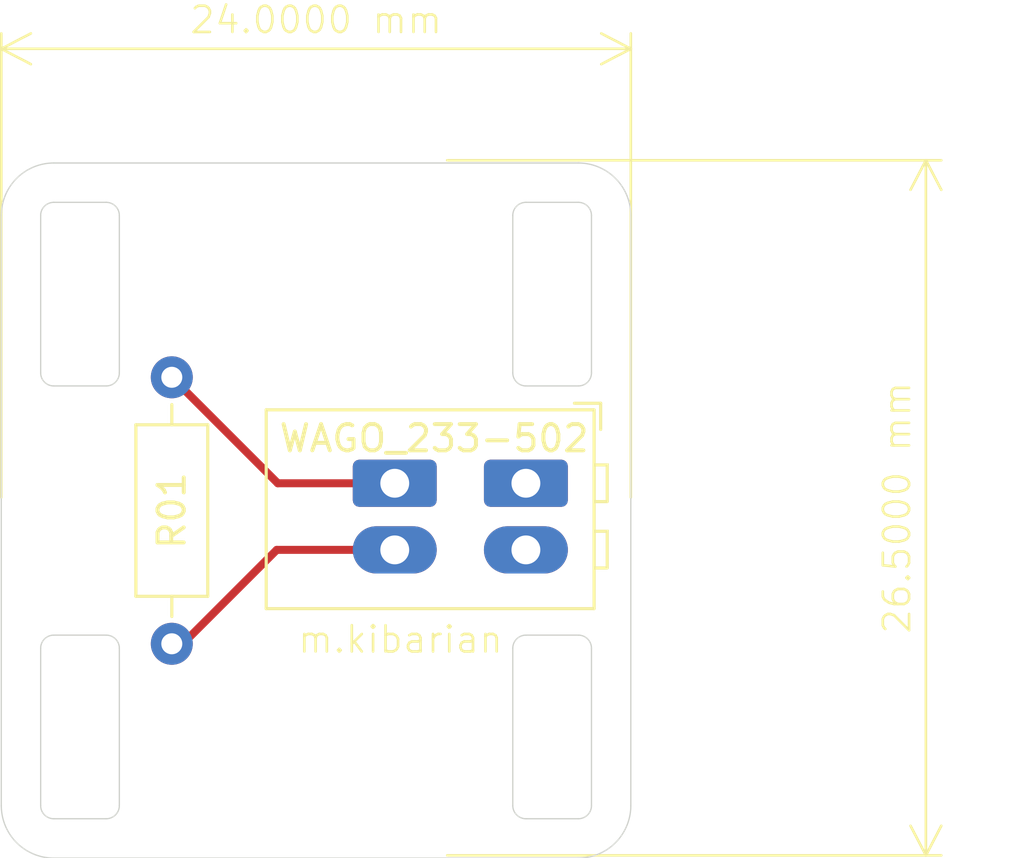
<source format=kicad_pcb>
(kicad_pcb (version 20240108) (generator "pcbnew") (generator_version "8.0")
  (layers (0 "F.Cu" signal) (31 "B.Cu" signal) (34 "B.Paste" user) (35 "F.Paste" user) (36 "B.SilkS" user "B.Silkscreen") (37 "F.SilkS" user "F.Silkscreen") (38 "B.Mask" user) (39 "F.Mask" user) (44 "Edge.Cuts" user))
  (net 0 "")
  (footprint "TerminalBlock_WAGO:TerminalBlock_WAGO_233-502_2x02_P2.54mm" (layer "F.Cu") (at 239.5 54.21 -90)
    (property "Reference" "WAGO_233-502" (at -1.71 3.5 180) (layer "F.SilkS"))
    (property "Value" "TerminalBlock_WAGO_233-502_2x02_P2.54mm" (hide yes))
    (fp_line (start -2.8 9.9) (end -2.8 -2.6) (stroke (width 0.12)) (layer "F.SilkS"))
    (fp_line (start 4.78 9.9) (end -2.8 9.9) (stroke (width 0.12)) (layer "F.SilkS"))
    (fp_line (start -3.05 -1.85) (end -3.05 -2.85) (stroke (width 0.12)) (layer "F.SilkS"))
    (fp_line (start -2.8 -2.6) (end 4.78 -2.6) (stroke (width 0.12)) (layer "F.SilkS"))
    (fp_line (start 4.78 -2.6) (end 4.78 9.9) (stroke (width 0.12)) (layer "F.SilkS"))
    (fp_line (start -3.05 -2.85) (end -2.05 -2.85) (stroke (width 0.12)) (layer "F.SilkS"))
    (fp_rect (start -0.7 -3.1) (end 0.7 -2.6) (stroke (width 0.12)) (fill none) (layer "F.SilkS"))
    (fp_rect (start 1.83 -3.1) (end 3.23 -2.6) (stroke (width 0.12)) (fill none) (layer "F.SilkS"))
    (pad "1" thru_hole roundrect (at 0 0 270) (size 1.8 3.2) (drill 1.1) (layers "*.Cu" "*.Mask") (roundrect_rratio 0.1388888889))
    (pad "1" thru_hole roundrect (at 0 5 270) (size 1.8 3.2) (drill 1.1) (layers "*.Cu" "*.Mask") (roundrect_rratio 0.1388888889))
    (pad "2" thru_hole oval (at 2.54 0 270) (size 1.8 3.2) (drill 1.1) (layers "*.Cu" "*.Mask"))
    (pad "2" thru_hole oval (at 2.54 5 270) (size 1.8 3.2) (drill 1.1) (layers "*.Cu" "*.Mask"))
  )
  (footprint "Resistor_THT:R_Axial_DIN0207_L6.3mm_D2.5mm_P10.16mm_Horizontal" (layer "F.Cu") (at 226 60.33 90)
    (property "Reference" "R01" (at 5.08 0 90) (layer "F.SilkS"))
    (property "Value" "120ohm" (hide yes))
    (fp_line (start 8.35 -1.37) (end 1.81 -1.37) (stroke (width 0.12)) (layer "F.SilkS"))
    (fp_line (start 1.81 -1.37) (end 1.81 1.37) (stroke (width 0.12)) (layer "F.SilkS"))
    (fp_line (start 9.12 0) (end 8.35 0) (stroke (width 0.12)) (layer "F.SilkS"))
    (fp_line (start 1.04 0) (end 1.81 0) (stroke (width 0.12)) (layer "F.SilkS"))
    (fp_line (start 8.35 1.37) (end 8.35 -1.37) (stroke (width 0.12)) (layer "F.SilkS"))
    (fp_line (start 1.81 1.37) (end 8.35 1.37) (stroke (width 0.12)) (layer "F.SilkS"))
    (pad "1" thru_hole circle (at 0 0 90) (size 1.6 1.6) (drill 0.8) (layers "*.Cu" "*.Mask"))
    (pad "2" thru_hole oval (at 10.16 0 90) (size 1.6 1.6) (drill 0.8) (layers "*.Cu" "*.Mask"))
  )
  (gr_arc (start 224 66.5) (mid 223.853553 66.853553) (end 223.5 67) (stroke (width 0.05)) (layer "Edge.Cuts"))
  (gr_line (start 241.5 68.5) (end 221.5 68.5) (stroke (width 0.05)) (layer "Edge.Cuts"))
  (gr_line (start 223.5 43.5) (end 221.5 43.5) (stroke (width 0.05)) (layer "Edge.Cuts"))
  (gr_line (start 242 50) (end 242 44) (stroke (width 0.05)) (layer "Edge.Cuts"))
  (gr_arc (start 241.5 42) (mid 242.914214 42.585786) (end 243.5 44) (stroke (width 0.05)) (layer "Edge.Cuts"))
  (gr_line (start 221 44) (end 221 50) (stroke (width 0.05)) (layer "Edge.Cuts"))
  (gr_arc (start 221.5 68.5) (mid 220.085786 67.914214) (end 219.5 66.5) (stroke (width 0.05)) (layer "Edge.Cuts"))
  (gr_line (start 221.5 42) (end 241.5 42) (stroke (width 0.05)) (layer "Edge.Cuts"))
  (gr_arc (start 241.5 60) (mid 241.853553 60.146447) (end 242 60.5) (stroke (width 0.05)) (layer "Edge.Cuts"))
  (gr_arc (start 221 60.5) (mid 221.146447 60.146447) (end 221.5 60) (stroke (width 0.05)) (layer "Edge.Cuts"))
  (gr_line (start 241.5 60) (end 239.5 60) (stroke (width 0.05)) (layer "Edge.Cuts"))
  (gr_line (start 239 60.5) (end 239 66.5) (stroke (width 0.05)) (layer "Edge.Cuts"))
  (gr_line (start 224 50) (end 224 44) (stroke (width 0.05)) (layer "Edge.Cuts"))
  (gr_line (start 221 60.5) (end 221 66.5) (stroke (width 0.05)) (layer "Edge.Cuts"))
  (gr_line (start 239.5 67) (end 241.5 67) (stroke (width 0.05)) (layer "Edge.Cuts"))
  (gr_arc (start 239.5 50.5) (mid 239.146447 50.353553) (end 239 50) (stroke (width 0.05)) (layer "Edge.Cuts"))
  (gr_arc (start 239 44) (mid 239.146447 43.646447) (end 239.5 43.5) (stroke (width 0.05)) (layer "Edge.Cuts"))
  (gr_arc (start 223.5 43.5) (mid 223.853553 43.646447) (end 224 44) (stroke (width 0.05)) (layer "Edge.Cuts"))
  (gr_line (start 224 66.5) (end 224 60.5) (stroke (width 0.05)) (layer "Edge.Cuts"))
  (gr_arc (start 242 50) (mid 241.853553 50.353553) (end 241.5 50.5) (stroke (width 0.05)) (layer "Edge.Cuts"))
  (gr_arc (start 239 60.5) (mid 239.146447 60.146447) (end 239.5 60) (stroke (width 0.05)) (layer "Edge.Cuts"))
  (gr_arc (start 221.5 50.5) (mid 221.146447 50.353553) (end 221 50) (stroke (width 0.05)) (layer "Edge.Cuts"))
  (gr_arc (start 242 66.5) (mid 241.853553 66.853553) (end 241.5 67) (stroke (width 0.05)) (layer "Edge.Cuts"))
  (gr_arc (start 241.5 43.5) (mid 241.853553 43.646447) (end 242 44) (stroke (width 0.05)) (layer "Edge.Cuts"))
  (gr_line (start 243.5 66.5) (end 243.5 44) (stroke (width 0.05)) (layer "Edge.Cuts"))
  (gr_arc (start 239.5 67) (mid 239.146447 66.853553) (end 239 66.5) (stroke (width 0.05)) (layer "Edge.Cuts"))
  (gr_arc (start 219.5 44) (mid 220.085786 42.585786) (end 221.5 42) (stroke (width 0.05)) (layer "Edge.Cuts"))
  (gr_line (start 242 66.5) (end 242 60.5) (stroke (width 0.05)) (layer "Edge.Cuts"))
  (gr_arc (start 221.5 67) (mid 221.146447 66.853553) (end 221 66.5) (stroke (width 0.05)) (layer "Edge.Cuts"))
  (gr_line (start 239.5 50.5) (end 241.5 50.5) (stroke (width 0.05)) (layer "Edge.Cuts"))
  (gr_arc (start 243.5 66.5) (mid 242.914214 67.914214) (end 241.5 68.5) (stroke (width 0.05)) (layer "Edge.Cuts"))
  (gr_line (start 239.5 43.5) (end 241.5 43.5) (stroke (width 0.05)) (layer "Edge.Cuts"))
  (gr_arc (start 224 50) (mid 223.853553 50.353553) (end 223.5 50.5) (stroke (width 0.05)) (layer "Edge.Cuts"))
  (gr_line (start 223.5 60) (end 221.5 60) (stroke (width 0.05)) (layer "Edge.Cuts"))
  (gr_arc (start 221 44) (mid 221.146447 43.646447) (end 221.5 43.5) (stroke (width 0.05)) (layer "Edge.Cuts"))
  (gr_line (start 239 44) (end 239 50) (stroke (width 0.05)) (layer "Edge.Cuts"))
  (gr_line (start 221.5 67) (end 223.5 67) (stroke (width 0.05)) (layer "Edge.Cuts"))
  (gr_line (start 221.5 50.5) (end 223.5 50.5) (stroke (width 0.05)) (layer "Edge.Cuts"))
  (gr_line (start 219.5 66.5) (end 219.5 44) (stroke (width 0.05)) (layer "Edge.Cuts"))
  (gr_arc (start 223.5 60) (mid 223.853553 60.146447) (end 224 60.5) (stroke (width 0.05)) (layer "Edge.Cuts"))
  (gr_text "m.kibarian" (at 230.75 60.75 0) (layer "F.SilkS") (effects (font (size 1 1) (thickness 0.1)) (justify left bottom)))
  (dimension (type aligned) (layer "F.SilkS") (pts (xy 243.5 55.25) (xy 219.5 55.25)) (height 17.603553) (gr_text "24.0000 mm" (at 231.5 36.546447 0) (layer "F.SilkS") (effects (font (size 1 1) (thickness 0.1)))) (format (prefix "") (suffix "") (units 3) (units_format 1) (precision 4)) (style (thickness 0.1) (arrow_length 1.27) (text_position_mode 0) (extension_height 0.58642) (extension_offset 0.5) keep_text_aligned))
  (dimension (type aligned) (layer "F.SilkS") (pts (xy 236 41.896447) (xy 236 68.396447)) (height -18.75) (gr_text "26.5000 mm" (at 253.65 55.146447 90) (layer "F.SilkS") (effects (font (size 1 1) (thickness 0.1)))) (format (prefix "") (suffix "") (units 3) (units_format 1) (precision 4)) (style (thickness 0.1) (arrow_length 1.27) (text_position_mode 0) (extension_height 0.58642) (extension_offset 0.5) keep_text_aligned))
  (segment (start 230.04 54.21) (end 226 50.17) (width 0.3048) (layer "F.Cu") (net 0))
  (segment (start 230 56.75) (end 226.42 60.33) (width 0.3048) (layer "F.Cu") (net 0))
  (segment (start 234.5 56.75) (end 230 56.75) (width 0.3048) (layer "F.Cu") (net 0))
  (segment (start 226.42 60.33) (end 226 60.33) (width 0.3048) (layer "F.Cu") (net 0))
  (segment (start 234.5 54.21) (end 230.04 54.21) (width 0.3048) (layer "F.Cu") (net 0))
)
</source>
